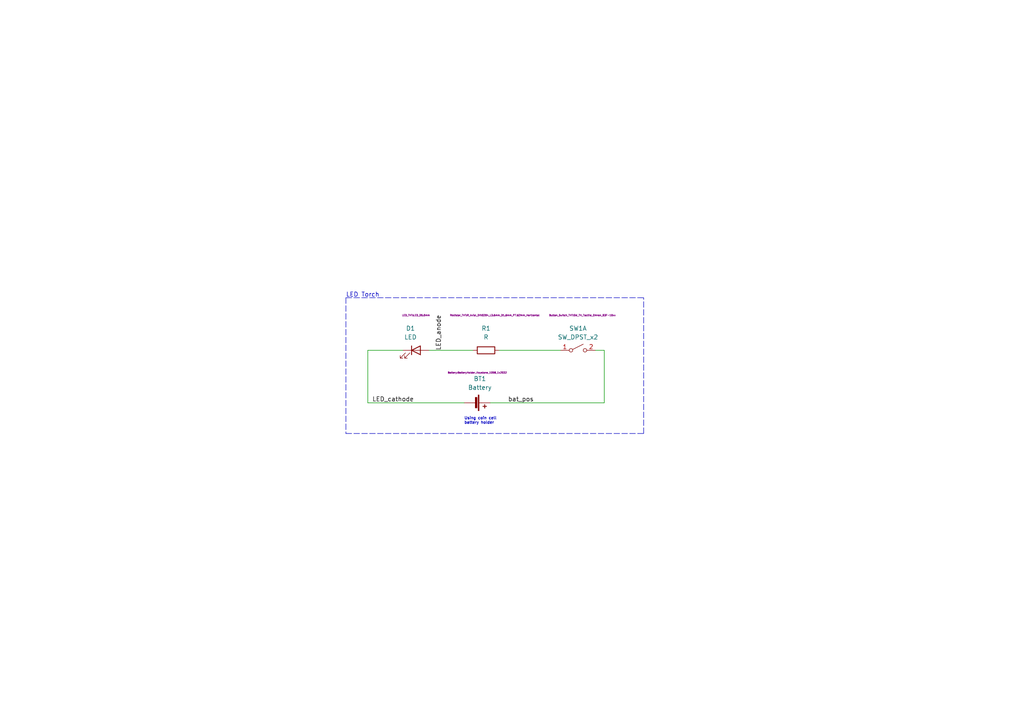
<source format=kicad_sch>
(kicad_sch (version 20211123) (generator eeschema)
  (paper "A4")
  (title_block (date "2022-09-20") (rev "LED Torch") (comment 1 "Projectr 1 of Kical Like a Pro 3e") (comment 2 "Piotr Nowak"))
  (lib_symbols
    (symbol "Device:Battery_Cell" (pin_numbers hide) (pin_names (offset 0) hide)
      (property "Reference" "BT" (at 2.54 2.54 0))
      (property "Value" "Battery_Cell" (at 2.54 0 0))
      (symbol "Battery_Cell_0_1"
        (rectangle (start -2.286 1.778) (end 2.286 1.524) (fill (type outline)))
        (rectangle (start -1.5748 1.1938) (end 1.4732 0.6858) (fill (type outline)))
        (polyline (pts (xy 0 0.762) (xy 0 0)))
        (polyline (pts (xy 0 1.778) (xy 0 2.54)))
        (polyline (pts (xy 0.508 3.429) (xy 1.524 3.429)) (stroke (width 0.254)))
        (polyline (pts (xy 1.016 3.937) (xy 1.016 2.921)) (stroke (width 0.254)))
      )
      (symbol "Battery_Cell_1_1"
        (pin passive line (at 0 5.08 270) (length 2.54) (name "+") (number "1"))
        (pin passive line (at 0 -2.54 90) (length 2.54) (name "-") (number "2"))
      )
    )
    (symbol "Device:LED" (pin_numbers hide) (pin_names (offset 1.016) hide)
      (property "Reference" "D" (at 0 2.54 0))
      (property "Value" "LED" (at 0 -2.54 0))
      (symbol "LED_0_1"
        (polyline (pts (xy -1.27 -1.27) (xy -1.27 1.27)) (stroke (width 0.254)))
        (polyline (pts (xy -1.27 0) (xy 1.27 0)))
        (polyline (pts (xy 1.27 -1.27) (xy 1.27 1.27) (xy -1.27 0) (xy 1.27 -1.27)) (stroke (width 0.254)))
        (polyline (pts (xy -3.048 -0.762) (xy -4.572 -2.286) (xy -3.81 -2.286) (xy -4.572 -2.286) (xy -4.572 -1.524)))
        (polyline (pts (xy -1.778 -0.762) (xy -3.302 -2.286) (xy -2.54 -2.286) (xy -3.302 -2.286) (xy -3.302 -1.524)))
      )
      (symbol "LED_1_1"
        (pin passive line (at -3.81 0 0) (length 2.54) (name "K") (number "1"))
        (pin passive line (at 3.81 0 180) (length 2.54) (name "A") (number "2"))
      )
    )
    (symbol "Device:R" (pin_numbers hide) (pin_names (offset 0))
      (property "Reference" "R" (at 2.032 0 90))
      (property "Value" "R" (at 0 0 90))
      (symbol "R_0_1"
        (rectangle (start -1.016 -2.54) (end 1.016 2.54) (stroke (width 0.254)))
      )
      (symbol "R_1_1"
        (pin passive line (at 0 3.81 270) (length 1.27) (name "~") (number "1"))
        (pin passive line (at 0 -3.81 90) (length 1.27) (name "~") (number "2"))
      )
    )
    (symbol "Switch:SW_DPST_x2" (pin_names (offset 0) hide)
      (property "Reference" "SW" (at 0 3.175 0))
      (property "Value" "SW_DPST_x2" (at 0 -2.54 0))
      (symbol "SW_DPST_x2_0_0"
        (circle (center -2.032 0) (radius 0.508))
        (polyline (pts (xy -1.524 0.254) (xy 1.524 1.778)))
        (circle (center 2.032 0) (radius 0.508))
      )
      (symbol "SW_DPST_x2_1_1"
        (pin passive line (at -5.08 0 0) (length 2.54) (name "A") (number "1"))
        (pin passive line (at 5.08 0 180) (length 2.54) (name "B") (number "2"))
      )
      (symbol "SW_DPST_x2_2_1"
        (pin passive line (at -5.08 0 0) (length 2.54) (name "A") (number "3"))
        (pin passive line (at 5.08 0 180) (length 2.54) (name "B") (number "4"))
      )
    )
  )
  (polyline (pts (xy 100.33 125.73) (xy 186.69 125.73)))
  (wire (pts (xy 106.68 116.84) (xy 106.68 101.6)))
  (wire (pts (xy 172.72 101.6) (xy 175.26 101.6)))
  (wire (pts (xy 144.78 101.6) (xy 162.56 101.6)))
  (polyline (pts (xy 100.33 86.36) (xy 186.69 86.36)))
  (wire (pts (xy 175.26 116.84) (xy 142.24 116.84)))
  (polyline (pts (xy 186.69 125.73) (xy 186.69 86.36)))
  (wire (pts (xy 175.26 101.6) (xy 175.26 116.84)))
  (wire (pts (xy 124.46 101.6) (xy 137.16 101.6)))
  (wire (pts (xy 106.68 101.6) (xy 116.84 101.6)))
  (wire (pts (xy 134.62 116.84) (xy 106.68 116.84)))
  (polyline (pts (xy 100.33 86.36) (xy 100.33 125.73)))
  (text "LED Torch" (at 100.33 86.36 0) (effects (font (size 1.27 1.27)) (justify left bottom)))
  (text "Using coin cell\nbattery holder" (at 134.62 123.19 0) (effects (font (size 0.8 0.8)) (justify left bottom)))
  (label "bat_pos" (at 147.32 116.84 0))
  (label "LED_cathode" (at 107.95 116.84 0))
  (label "LED_anode" (at 128.27 101.6 90))
  (symbol (lib_id "Switch:SW_DPST_x2") (at 167.64 101.6 0) (unit 1)
    (property "Reference" "SW1" (at 167.64 95.25 0))
    (property "Value" "SW_DPST_x2" (at 167.64 97.79 0))
    (property "Footprint" "Button_Switch_THT:SW_TH_Tactile_Omron_B3F-10xx" (at 168.91 91.44 0) (effects (font (size 0.5 0.5))))
  )
  (symbol (lib_id "Device:Battery_Cell") (at 137.16 116.84 270) (unit 1)
    (property "Reference" "BT1" (at 139.192 109.855 90))
    (property "Value" "Battery" (at 139.192 112.395 90))
    (property "Footprint" "Battery:BatteryHolder_Keystone_1058_1x2032" (at 138.43 108.077 90) (effects (font (size 0.5 0.5))))
  )
  (symbol (lib_id "Device:LED") (at 120.65 101.6 0) (unit 1)
    (property "Reference" "D1" (at 119.0625 95.25 0))
    (property "Value" "LED" (at 119.0625 97.79 0))
    (property "Footprint" "LED_THT:LED_D5.0mm" (at 120.65 91.44 0) (effects (font (size 0.5 0.5))))
  )
  (symbol (lib_id "Device:R") (at 140.97 101.6 90) (unit 1)
    (property "Reference" "R1" (at 140.97 95.25 90))
    (property "Value" "R" (at 140.97 97.79 90))
    (property "Footprint" "Resistor_THT:R_Axial_DIN0204_L3.6mm_D1.6mm_P7.62mm_Horizontal" (at 143.51 91.44 90) (effects (font (size 0.5 0.5))))
  )
)
</source>
